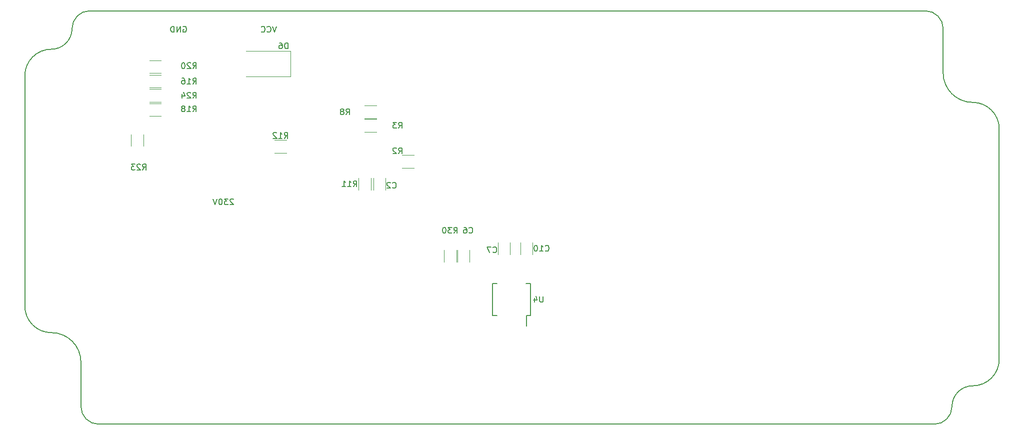
<source format=gbr>
G04 #@! TF.FileFunction,Legend,Bot*
%FSLAX46Y46*%
G04 Gerber Fmt 4.6, Leading zero omitted, Abs format (unit mm)*
G04 Created by KiCad (PCBNEW 4.0.7-e2-6376~61~ubuntu18.04.1) date Tue May 29 09:04:43 2018*
%MOMM*%
%LPD*%
G01*
G04 APERTURE LIST*
%ADD10C,0.100000*%
%ADD11C,0.150000*%
%ADD12C,0.120000*%
G04 APERTURE END LIST*
D10*
D11*
X-4000000Y48500000D02*
G75*
G03X1000000Y43500000I5000000J0D01*
G01*
X5500000Y39000000D02*
G75*
G03X1000000Y43500000I-4500000J0D01*
G01*
X-150000000Y-500000D02*
G75*
G03X-155000000Y4500000I-5000000J0D01*
G01*
X-159500000Y9000000D02*
G75*
G03X-155000000Y4500000I4500000J0D01*
G01*
X-5500000Y-11000000D02*
G75*
G03X-2500000Y-8000000I0J3000000D01*
G01*
X1000000Y-4500000D02*
G75*
G03X-2500000Y-8000000I0J-3500000D01*
G01*
X1000000Y-4500000D02*
G75*
G03X5500000Y0I0J4500000D01*
G01*
X-155000000Y52500000D02*
G75*
G03X-151500000Y56000000I0J3500000D01*
G01*
X-155000000Y52500000D02*
G75*
G03X-159500000Y48000000I0J-4500000D01*
G01*
X-148500000Y59000000D02*
G75*
G03X-151500000Y56000000I0J-3000000D01*
G01*
X-147000000Y-11000000D02*
X-5500000Y-11000000D01*
X5500000Y0D02*
X5500000Y39000000D01*
X-150000000Y-8000000D02*
X-150000000Y-500000D01*
X-150000000Y-8000000D02*
G75*
G03X-147000000Y-11000000I3000000J0D01*
G01*
X-4000000Y56000000D02*
X-4000000Y48500000D01*
X-4000000Y56000000D02*
G75*
G03X-7000000Y59000000I-3000000J0D01*
G01*
X-159500000Y48000000D02*
X-159500000Y9000000D01*
X-7000000Y59000000D02*
X-148500000Y59000000D01*
D12*
X-88562000Y18480000D02*
X-88562000Y16480000D01*
X-86422000Y16480000D02*
X-86422000Y18480000D01*
X-79368000Y17750000D02*
X-79368000Y19750000D01*
X-77328000Y19750000D02*
X-77328000Y17750000D01*
X-75558000Y17750000D02*
X-75558000Y19750000D01*
X-73518000Y19750000D02*
X-73518000Y17750000D01*
D11*
X-73873000Y7364000D02*
X-74528000Y7364000D01*
X-73873000Y12864000D02*
X-74623000Y12864000D01*
X-80283000Y12864000D02*
X-79533000Y12864000D01*
X-80283000Y7364000D02*
X-79533000Y7364000D01*
X-73873000Y7364000D02*
X-73873000Y12864000D01*
X-80283000Y7364000D02*
X-80283000Y12864000D01*
X-74528000Y7364000D02*
X-74528000Y5614000D01*
D12*
X-138403000Y46001000D02*
X-136403000Y46001000D01*
X-136403000Y48141000D02*
X-138403000Y48141000D01*
X-138403000Y41175000D02*
X-136403000Y41175000D01*
X-136403000Y43315000D02*
X-138403000Y43315000D01*
X-136403000Y50617500D02*
X-138403000Y50617500D01*
X-138403000Y48477500D02*
X-136403000Y48477500D01*
X-141532000Y38084000D02*
X-141532000Y36084000D01*
X-139392000Y36084000D02*
X-139392000Y38084000D01*
X-138403000Y43588000D02*
X-136403000Y43588000D01*
X-136403000Y45728000D02*
X-138403000Y45728000D01*
X-84186000Y18480000D02*
X-84186000Y16480000D01*
X-86226000Y16480000D02*
X-86226000Y18480000D01*
X-114530000Y52188000D02*
X-114530000Y47888000D01*
X-114530000Y47888000D02*
X-122080000Y47888000D01*
X-114530000Y52188000D02*
X-122080000Y52188000D01*
X-100450000Y28672000D02*
X-100450000Y30672000D01*
X-98410000Y30672000D02*
X-98410000Y28672000D01*
X-117194000Y34952000D02*
X-115194000Y34952000D01*
X-115194000Y37092000D02*
X-117194000Y37092000D01*
X-100900000Y28672000D02*
X-100900000Y30672000D01*
X-103040000Y30672000D02*
X-103040000Y28672000D01*
X-95604000Y32412000D02*
X-93604000Y32412000D01*
X-93604000Y34552000D02*
X-95604000Y34552000D01*
X-101954000Y38508000D02*
X-99954000Y38508000D01*
X-99954000Y40648000D02*
X-101954000Y40648000D01*
X-99954000Y42934000D02*
X-101954000Y42934000D01*
X-101954000Y40794000D02*
X-99954000Y40794000D01*
D11*
X-86849143Y21345619D02*
X-86515809Y21821810D01*
X-86277714Y21345619D02*
X-86277714Y22345619D01*
X-86658667Y22345619D01*
X-86753905Y22298000D01*
X-86801524Y22250381D01*
X-86849143Y22155143D01*
X-86849143Y22012286D01*
X-86801524Y21917048D01*
X-86753905Y21869429D01*
X-86658667Y21821810D01*
X-86277714Y21821810D01*
X-87182476Y22345619D02*
X-87801524Y22345619D01*
X-87468190Y21964667D01*
X-87611048Y21964667D01*
X-87706286Y21917048D01*
X-87753905Y21869429D01*
X-87801524Y21774190D01*
X-87801524Y21536095D01*
X-87753905Y21440857D01*
X-87706286Y21393238D01*
X-87611048Y21345619D01*
X-87325333Y21345619D01*
X-87230095Y21393238D01*
X-87182476Y21440857D01*
X-88420571Y22345619D02*
X-88515810Y22345619D01*
X-88611048Y22298000D01*
X-88658667Y22250381D01*
X-88706286Y22155143D01*
X-88753905Y21964667D01*
X-88753905Y21726571D01*
X-88706286Y21536095D01*
X-88658667Y21440857D01*
X-88611048Y21393238D01*
X-88515810Y21345619D01*
X-88420571Y21345619D01*
X-88325333Y21393238D01*
X-88277714Y21440857D01*
X-88230095Y21536095D01*
X-88182476Y21726571D01*
X-88182476Y21964667D01*
X-88230095Y22155143D01*
X-88277714Y22250381D01*
X-88325333Y22298000D01*
X-88420571Y22345619D01*
X-80213334Y18138857D02*
X-80165715Y18091238D01*
X-80022858Y18043619D01*
X-79927620Y18043619D01*
X-79784762Y18091238D01*
X-79689524Y18186476D01*
X-79641905Y18281714D01*
X-79594286Y18472190D01*
X-79594286Y18615048D01*
X-79641905Y18805524D01*
X-79689524Y18900762D01*
X-79784762Y18996000D01*
X-79927620Y19043619D01*
X-80022858Y19043619D01*
X-80165715Y18996000D01*
X-80213334Y18948381D01*
X-80546667Y19043619D02*
X-81213334Y19043619D01*
X-80784762Y18043619D01*
X-71355143Y18392857D02*
X-71307524Y18345238D01*
X-71164667Y18297619D01*
X-71069429Y18297619D01*
X-70926571Y18345238D01*
X-70831333Y18440476D01*
X-70783714Y18535714D01*
X-70736095Y18726190D01*
X-70736095Y18869048D01*
X-70783714Y19059524D01*
X-70831333Y19154762D01*
X-70926571Y19250000D01*
X-71069429Y19297619D01*
X-71164667Y19297619D01*
X-71307524Y19250000D01*
X-71355143Y19202381D01*
X-72307524Y18297619D02*
X-71736095Y18297619D01*
X-72021809Y18297619D02*
X-72021809Y19297619D01*
X-71926571Y19154762D01*
X-71831333Y19059524D01*
X-71736095Y19011905D01*
X-72926571Y19297619D02*
X-73021810Y19297619D01*
X-73117048Y19250000D01*
X-73164667Y19202381D01*
X-73212286Y19107143D01*
X-73259905Y18916667D01*
X-73259905Y18678571D01*
X-73212286Y18488095D01*
X-73164667Y18392857D01*
X-73117048Y18345238D01*
X-73021810Y18297619D01*
X-72926571Y18297619D01*
X-72831333Y18345238D01*
X-72783714Y18392857D01*
X-72736095Y18488095D01*
X-72688476Y18678571D01*
X-72688476Y18916667D01*
X-72736095Y19107143D01*
X-72783714Y19202381D01*
X-72831333Y19250000D01*
X-72926571Y19297619D01*
X-71744095Y10661619D02*
X-71744095Y9852095D01*
X-71791714Y9756857D01*
X-71839333Y9709238D01*
X-71934571Y9661619D01*
X-72125048Y9661619D01*
X-72220286Y9709238D01*
X-72267905Y9756857D01*
X-72315524Y9852095D01*
X-72315524Y10661619D01*
X-73220286Y10328286D02*
X-73220286Y9661619D01*
X-72982190Y10709238D02*
X-72744095Y9994952D01*
X-73363143Y9994952D01*
X-131045143Y46618619D02*
X-130711809Y47094810D01*
X-130473714Y46618619D02*
X-130473714Y47618619D01*
X-130854667Y47618619D01*
X-130949905Y47571000D01*
X-130997524Y47523381D01*
X-131045143Y47428143D01*
X-131045143Y47285286D01*
X-130997524Y47190048D01*
X-130949905Y47142429D01*
X-130854667Y47094810D01*
X-130473714Y47094810D01*
X-131997524Y46618619D02*
X-131426095Y46618619D01*
X-131711809Y46618619D02*
X-131711809Y47618619D01*
X-131616571Y47475762D01*
X-131521333Y47380524D01*
X-131426095Y47332905D01*
X-132854667Y47618619D02*
X-132664190Y47618619D01*
X-132568952Y47571000D01*
X-132521333Y47523381D01*
X-132426095Y47380524D01*
X-132378476Y47190048D01*
X-132378476Y46809095D01*
X-132426095Y46713857D01*
X-132473714Y46666238D01*
X-132568952Y46618619D01*
X-132759429Y46618619D01*
X-132854667Y46666238D01*
X-132902286Y46713857D01*
X-132949905Y46809095D01*
X-132949905Y47047190D01*
X-132902286Y47142429D01*
X-132854667Y47190048D01*
X-132759429Y47237667D01*
X-132568952Y47237667D01*
X-132473714Y47190048D01*
X-132426095Y47142429D01*
X-132378476Y47047190D01*
X-131045143Y41919619D02*
X-130711809Y42395810D01*
X-130473714Y41919619D02*
X-130473714Y42919619D01*
X-130854667Y42919619D01*
X-130949905Y42872000D01*
X-130997524Y42824381D01*
X-131045143Y42729143D01*
X-131045143Y42586286D01*
X-130997524Y42491048D01*
X-130949905Y42443429D01*
X-130854667Y42395810D01*
X-130473714Y42395810D01*
X-131997524Y41919619D02*
X-131426095Y41919619D01*
X-131711809Y41919619D02*
X-131711809Y42919619D01*
X-131616571Y42776762D01*
X-131521333Y42681524D01*
X-131426095Y42633905D01*
X-132568952Y42491048D02*
X-132473714Y42538667D01*
X-132426095Y42586286D01*
X-132378476Y42681524D01*
X-132378476Y42729143D01*
X-132426095Y42824381D01*
X-132473714Y42872000D01*
X-132568952Y42919619D01*
X-132759429Y42919619D01*
X-132854667Y42872000D01*
X-132902286Y42824381D01*
X-132949905Y42729143D01*
X-132949905Y42681524D01*
X-132902286Y42586286D01*
X-132854667Y42538667D01*
X-132759429Y42491048D01*
X-132568952Y42491048D01*
X-132473714Y42443429D01*
X-132426095Y42395810D01*
X-132378476Y42300571D01*
X-132378476Y42110095D01*
X-132426095Y42014857D01*
X-132473714Y41967238D01*
X-132568952Y41919619D01*
X-132759429Y41919619D01*
X-132854667Y41967238D01*
X-132902286Y42014857D01*
X-132949905Y42110095D01*
X-132949905Y42300571D01*
X-132902286Y42395810D01*
X-132854667Y42443429D01*
X-132759429Y42491048D01*
X-131045143Y49222119D02*
X-130711809Y49698310D01*
X-130473714Y49222119D02*
X-130473714Y50222119D01*
X-130854667Y50222119D01*
X-130949905Y50174500D01*
X-130997524Y50126881D01*
X-131045143Y50031643D01*
X-131045143Y49888786D01*
X-130997524Y49793548D01*
X-130949905Y49745929D01*
X-130854667Y49698310D01*
X-130473714Y49698310D01*
X-131426095Y50126881D02*
X-131473714Y50174500D01*
X-131568952Y50222119D01*
X-131807048Y50222119D01*
X-131902286Y50174500D01*
X-131949905Y50126881D01*
X-131997524Y50031643D01*
X-131997524Y49936405D01*
X-131949905Y49793548D01*
X-131378476Y49222119D01*
X-131997524Y49222119D01*
X-132616571Y50222119D02*
X-132711810Y50222119D01*
X-132807048Y50174500D01*
X-132854667Y50126881D01*
X-132902286Y50031643D01*
X-132949905Y49841167D01*
X-132949905Y49603071D01*
X-132902286Y49412595D01*
X-132854667Y49317357D01*
X-132807048Y49269738D01*
X-132711810Y49222119D01*
X-132616571Y49222119D01*
X-132521333Y49269738D01*
X-132473714Y49317357D01*
X-132426095Y49412595D01*
X-132378476Y49603071D01*
X-132378476Y49841167D01*
X-132426095Y50031643D01*
X-132473714Y50126881D01*
X-132521333Y50174500D01*
X-132616571Y50222119D01*
X-139565143Y32059619D02*
X-139231809Y32535810D01*
X-138993714Y32059619D02*
X-138993714Y33059619D01*
X-139374667Y33059619D01*
X-139469905Y33012000D01*
X-139517524Y32964381D01*
X-139565143Y32869143D01*
X-139565143Y32726286D01*
X-139517524Y32631048D01*
X-139469905Y32583429D01*
X-139374667Y32535810D01*
X-138993714Y32535810D01*
X-139946095Y32964381D02*
X-139993714Y33012000D01*
X-140088952Y33059619D01*
X-140327048Y33059619D01*
X-140422286Y33012000D01*
X-140469905Y32964381D01*
X-140517524Y32869143D01*
X-140517524Y32773905D01*
X-140469905Y32631048D01*
X-139898476Y32059619D01*
X-140517524Y32059619D01*
X-140850857Y33059619D02*
X-141469905Y33059619D01*
X-141136571Y32678667D01*
X-141279429Y32678667D01*
X-141374667Y32631048D01*
X-141422286Y32583429D01*
X-141469905Y32488190D01*
X-141469905Y32250095D01*
X-141422286Y32154857D01*
X-141374667Y32107238D01*
X-141279429Y32059619D01*
X-140993714Y32059619D01*
X-140898476Y32107238D01*
X-140850857Y32154857D01*
X-131045143Y44205619D02*
X-130711809Y44681810D01*
X-130473714Y44205619D02*
X-130473714Y45205619D01*
X-130854667Y45205619D01*
X-130949905Y45158000D01*
X-130997524Y45110381D01*
X-131045143Y45015143D01*
X-131045143Y44872286D01*
X-130997524Y44777048D01*
X-130949905Y44729429D01*
X-130854667Y44681810D01*
X-130473714Y44681810D01*
X-131426095Y45110381D02*
X-131473714Y45158000D01*
X-131568952Y45205619D01*
X-131807048Y45205619D01*
X-131902286Y45158000D01*
X-131949905Y45110381D01*
X-131997524Y45015143D01*
X-131997524Y44919905D01*
X-131949905Y44777048D01*
X-131378476Y44205619D01*
X-131997524Y44205619D01*
X-132854667Y44872286D02*
X-132854667Y44205619D01*
X-132616571Y45253238D02*
X-132378476Y44538952D01*
X-132997524Y44538952D01*
X-84277334Y21440857D02*
X-84229715Y21393238D01*
X-84086858Y21345619D01*
X-83991620Y21345619D01*
X-83848762Y21393238D01*
X-83753524Y21488476D01*
X-83705905Y21583714D01*
X-83658286Y21774190D01*
X-83658286Y21917048D01*
X-83705905Y22107524D01*
X-83753524Y22202762D01*
X-83848762Y22298000D01*
X-83991620Y22345619D01*
X-84086858Y22345619D01*
X-84229715Y22298000D01*
X-84277334Y22250381D01*
X-85134477Y22345619D02*
X-84944000Y22345619D01*
X-84848762Y22298000D01*
X-84801143Y22250381D01*
X-84705905Y22107524D01*
X-84658286Y21917048D01*
X-84658286Y21536095D01*
X-84705905Y21440857D01*
X-84753524Y21393238D01*
X-84848762Y21345619D01*
X-85039239Y21345619D01*
X-85134477Y21393238D01*
X-85182096Y21440857D01*
X-85229715Y21536095D01*
X-85229715Y21774190D01*
X-85182096Y21869429D01*
X-85134477Y21917048D01*
X-85039239Y21964667D01*
X-84848762Y21964667D01*
X-84753524Y21917048D01*
X-84705905Y21869429D01*
X-84658286Y21774190D01*
X-114947905Y52587619D02*
X-114947905Y53587619D01*
X-115186000Y53587619D01*
X-115328858Y53540000D01*
X-115424096Y53444762D01*
X-115471715Y53349524D01*
X-115519334Y53159048D01*
X-115519334Y53016190D01*
X-115471715Y52825714D01*
X-115424096Y52730476D01*
X-115328858Y52635238D01*
X-115186000Y52587619D01*
X-114947905Y52587619D01*
X-116376477Y53587619D02*
X-116186000Y53587619D01*
X-116090762Y53540000D01*
X-116043143Y53492381D01*
X-115947905Y53349524D01*
X-115900286Y53159048D01*
X-115900286Y52778095D01*
X-115947905Y52682857D01*
X-115995524Y52635238D01*
X-116090762Y52587619D01*
X-116281239Y52587619D01*
X-116376477Y52635238D01*
X-116424096Y52682857D01*
X-116471715Y52778095D01*
X-116471715Y53016190D01*
X-116424096Y53111429D01*
X-116376477Y53159048D01*
X-116281239Y53206667D01*
X-116090762Y53206667D01*
X-115995524Y53159048D01*
X-115947905Y53111429D01*
X-115900286Y53016190D01*
X-97231334Y29060857D02*
X-97183715Y29013238D01*
X-97040858Y28965619D01*
X-96945620Y28965619D01*
X-96802762Y29013238D01*
X-96707524Y29108476D01*
X-96659905Y29203714D01*
X-96612286Y29394190D01*
X-96612286Y29537048D01*
X-96659905Y29727524D01*
X-96707524Y29822762D01*
X-96802762Y29918000D01*
X-96945620Y29965619D01*
X-97040858Y29965619D01*
X-97183715Y29918000D01*
X-97231334Y29870381D01*
X-97612286Y29870381D02*
X-97659905Y29918000D01*
X-97755143Y29965619D01*
X-97993239Y29965619D01*
X-98088477Y29918000D01*
X-98136096Y29870381D01*
X-98183715Y29775143D01*
X-98183715Y29679905D01*
X-98136096Y29537048D01*
X-97564667Y28965619D01*
X-98183715Y28965619D01*
X-115551143Y37419619D02*
X-115217809Y37895810D01*
X-114979714Y37419619D02*
X-114979714Y38419619D01*
X-115360667Y38419619D01*
X-115455905Y38372000D01*
X-115503524Y38324381D01*
X-115551143Y38229143D01*
X-115551143Y38086286D01*
X-115503524Y37991048D01*
X-115455905Y37943429D01*
X-115360667Y37895810D01*
X-114979714Y37895810D01*
X-116503524Y37419619D02*
X-115932095Y37419619D01*
X-116217809Y37419619D02*
X-116217809Y38419619D01*
X-116122571Y38276762D01*
X-116027333Y38181524D01*
X-115932095Y38133905D01*
X-116884476Y38324381D02*
X-116932095Y38372000D01*
X-117027333Y38419619D01*
X-117265429Y38419619D01*
X-117360667Y38372000D01*
X-117408286Y38324381D01*
X-117455905Y38229143D01*
X-117455905Y38133905D01*
X-117408286Y37991048D01*
X-116836857Y37419619D01*
X-117455905Y37419619D01*
X-103867143Y29219619D02*
X-103533809Y29695810D01*
X-103295714Y29219619D02*
X-103295714Y30219619D01*
X-103676667Y30219619D01*
X-103771905Y30172000D01*
X-103819524Y30124381D01*
X-103867143Y30029143D01*
X-103867143Y29886286D01*
X-103819524Y29791048D01*
X-103771905Y29743429D01*
X-103676667Y29695810D01*
X-103295714Y29695810D01*
X-104819524Y29219619D02*
X-104248095Y29219619D01*
X-104533809Y29219619D02*
X-104533809Y30219619D01*
X-104438571Y30076762D01*
X-104343333Y29981524D01*
X-104248095Y29933905D01*
X-105771905Y29219619D02*
X-105200476Y29219619D01*
X-105486190Y29219619D02*
X-105486190Y30219619D01*
X-105390952Y30076762D01*
X-105295714Y29981524D01*
X-105200476Y29933905D01*
X-96215334Y34807619D02*
X-95882000Y35283810D01*
X-95643905Y34807619D02*
X-95643905Y35807619D01*
X-96024858Y35807619D01*
X-96120096Y35760000D01*
X-96167715Y35712381D01*
X-96215334Y35617143D01*
X-96215334Y35474286D01*
X-96167715Y35379048D01*
X-96120096Y35331429D01*
X-96024858Y35283810D01*
X-95643905Y35283810D01*
X-96596286Y35712381D02*
X-96643905Y35760000D01*
X-96739143Y35807619D01*
X-96977239Y35807619D01*
X-97072477Y35760000D01*
X-97120096Y35712381D01*
X-97167715Y35617143D01*
X-97167715Y35521905D01*
X-97120096Y35379048D01*
X-96548667Y34807619D01*
X-97167715Y34807619D01*
X-96215334Y39125619D02*
X-95882000Y39601810D01*
X-95643905Y39125619D02*
X-95643905Y40125619D01*
X-96024858Y40125619D01*
X-96120096Y40078000D01*
X-96167715Y40030381D01*
X-96215334Y39935143D01*
X-96215334Y39792286D01*
X-96167715Y39697048D01*
X-96120096Y39649429D01*
X-96024858Y39601810D01*
X-95643905Y39601810D01*
X-96548667Y40125619D02*
X-97167715Y40125619D01*
X-96834381Y39744667D01*
X-96977239Y39744667D01*
X-97072477Y39697048D01*
X-97120096Y39649429D01*
X-97167715Y39554190D01*
X-97167715Y39316095D01*
X-97120096Y39220857D01*
X-97072477Y39173238D01*
X-96977239Y39125619D01*
X-96691524Y39125619D01*
X-96596286Y39173238D01*
X-96548667Y39220857D01*
X-105105334Y41411619D02*
X-104772000Y41887810D01*
X-104533905Y41411619D02*
X-104533905Y42411619D01*
X-104914858Y42411619D01*
X-105010096Y42364000D01*
X-105057715Y42316381D01*
X-105105334Y42221143D01*
X-105105334Y42078286D01*
X-105057715Y41983048D01*
X-105010096Y41935429D01*
X-104914858Y41887810D01*
X-104533905Y41887810D01*
X-105676762Y41983048D02*
X-105581524Y42030667D01*
X-105533905Y42078286D01*
X-105486286Y42173524D01*
X-105486286Y42221143D01*
X-105533905Y42316381D01*
X-105581524Y42364000D01*
X-105676762Y42411619D01*
X-105867239Y42411619D01*
X-105962477Y42364000D01*
X-106010096Y42316381D01*
X-106057715Y42221143D01*
X-106057715Y42173524D01*
X-106010096Y42078286D01*
X-105962477Y42030667D01*
X-105867239Y41983048D01*
X-105676762Y41983048D01*
X-105581524Y41935429D01*
X-105533905Y41887810D01*
X-105486286Y41792571D01*
X-105486286Y41602095D01*
X-105533905Y41506857D01*
X-105581524Y41459238D01*
X-105676762Y41411619D01*
X-105867239Y41411619D01*
X-105962477Y41459238D01*
X-106010096Y41506857D01*
X-106057715Y41602095D01*
X-106057715Y41792571D01*
X-106010096Y41887810D01*
X-105962477Y41935429D01*
X-105867239Y41983048D01*
X-132704096Y56334000D02*
X-132608858Y56381619D01*
X-132466001Y56381619D01*
X-132323143Y56334000D01*
X-132227905Y56238762D01*
X-132180286Y56143524D01*
X-132132667Y55953048D01*
X-132132667Y55810190D01*
X-132180286Y55619714D01*
X-132227905Y55524476D01*
X-132323143Y55429238D01*
X-132466001Y55381619D01*
X-132561239Y55381619D01*
X-132704096Y55429238D01*
X-132751715Y55476857D01*
X-132751715Y55810190D01*
X-132561239Y55810190D01*
X-133180286Y55381619D02*
X-133180286Y56381619D01*
X-133751715Y55381619D01*
X-133751715Y56381619D01*
X-134227905Y55381619D02*
X-134227905Y56381619D01*
X-134466000Y56381619D01*
X-134608858Y56334000D01*
X-134704096Y56238762D01*
X-134751715Y56143524D01*
X-134799334Y55953048D01*
X-134799334Y55810190D01*
X-134751715Y55619714D01*
X-134704096Y55524476D01*
X-134608858Y55429238D01*
X-134466000Y55381619D01*
X-134227905Y55381619D01*
X-124179333Y27076381D02*
X-124226952Y27124000D01*
X-124322190Y27171619D01*
X-124560286Y27171619D01*
X-124655524Y27124000D01*
X-124703143Y27076381D01*
X-124750762Y26981143D01*
X-124750762Y26885905D01*
X-124703143Y26743048D01*
X-124131714Y26171619D01*
X-124750762Y26171619D01*
X-125084095Y27171619D02*
X-125703143Y27171619D01*
X-125369809Y26790667D01*
X-125512667Y26790667D01*
X-125607905Y26743048D01*
X-125655524Y26695429D01*
X-125703143Y26600190D01*
X-125703143Y26362095D01*
X-125655524Y26266857D01*
X-125607905Y26219238D01*
X-125512667Y26171619D01*
X-125226952Y26171619D01*
X-125131714Y26219238D01*
X-125084095Y26266857D01*
X-126322190Y27171619D02*
X-126417429Y27171619D01*
X-126512667Y27124000D01*
X-126560286Y27076381D01*
X-126607905Y26981143D01*
X-126655524Y26790667D01*
X-126655524Y26552571D01*
X-126607905Y26362095D01*
X-126560286Y26266857D01*
X-126512667Y26219238D01*
X-126417429Y26171619D01*
X-126322190Y26171619D01*
X-126226952Y26219238D01*
X-126179333Y26266857D01*
X-126131714Y26362095D01*
X-126084095Y26552571D01*
X-126084095Y26790667D01*
X-126131714Y26981143D01*
X-126179333Y27076381D01*
X-126226952Y27124000D01*
X-126322190Y27171619D01*
X-126941238Y27171619D02*
X-127274571Y26171619D01*
X-127607905Y27171619D01*
X-116892667Y56381619D02*
X-117226000Y55381619D01*
X-117559334Y56381619D01*
X-118464096Y55476857D02*
X-118416477Y55429238D01*
X-118273620Y55381619D01*
X-118178382Y55381619D01*
X-118035524Y55429238D01*
X-117940286Y55524476D01*
X-117892667Y55619714D01*
X-117845048Y55810190D01*
X-117845048Y55953048D01*
X-117892667Y56143524D01*
X-117940286Y56238762D01*
X-118035524Y56334000D01*
X-118178382Y56381619D01*
X-118273620Y56381619D01*
X-118416477Y56334000D01*
X-118464096Y56286381D01*
X-119464096Y55476857D02*
X-119416477Y55429238D01*
X-119273620Y55381619D01*
X-119178382Y55381619D01*
X-119035524Y55429238D01*
X-118940286Y55524476D01*
X-118892667Y55619714D01*
X-118845048Y55810190D01*
X-118845048Y55953048D01*
X-118892667Y56143524D01*
X-118940286Y56238762D01*
X-119035524Y56334000D01*
X-119178382Y56381619D01*
X-119273620Y56381619D01*
X-119416477Y56334000D01*
X-119464096Y56286381D01*
M02*

</source>
